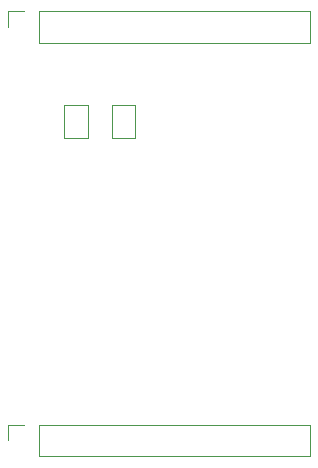
<source format=gbr>
%TF.GenerationSoftware,KiCad,Pcbnew,8.0.3-8.0.3-0~ubuntu23.10.1*%
%TF.CreationDate,2024-10-02T15:45:30-04:00*%
%TF.ProjectId,nPM1300-Stamp-Carrier,6e504d31-3330-4302-9d53-74616d702d43,rev?*%
%TF.SameCoordinates,Original*%
%TF.FileFunction,Legend,Bot*%
%TF.FilePolarity,Positive*%
%FSLAX46Y46*%
G04 Gerber Fmt 4.6, Leading zero omitted, Abs format (unit mm)*
G04 Created by KiCad (PCBNEW 8.0.3-8.0.3-0~ubuntu23.10.1) date 2024-10-02 15:45:30*
%MOMM*%
%LPD*%
G01*
G04 APERTURE LIST*
%ADD10C,0.120000*%
%ADD11C,2.900000*%
%ADD12C,5.000000*%
%ADD13C,0.650000*%
%ADD14O,2.100000X1.000000*%
%ADD15O,1.600000X1.000000*%
%ADD16R,1.500000X1.000000*%
%ADD17R,1.700000X1.700000*%
%ADD18O,1.700000X1.700000*%
G04 APERTURE END LIST*
D10*
%TO.C,JP2*%
X151000000Y-92100000D02*
X153000000Y-92100000D01*
X151000000Y-94900000D02*
X151000000Y-92100000D01*
X153000000Y-92100000D02*
X153000000Y-94900000D01*
X153000000Y-94900000D02*
X151000000Y-94900000D01*
%TO.C,J8*%
X146245000Y-84170000D02*
X147575000Y-84170000D01*
X146245000Y-85500000D02*
X146245000Y-84170000D01*
X148845000Y-86830000D02*
X148845000Y-84170000D01*
X171765000Y-84170000D02*
X148845000Y-84170000D01*
X171765000Y-86830000D02*
X148845000Y-86830000D01*
X171765000Y-86830000D02*
X171765000Y-84170000D01*
%TO.C,JP1*%
X155000000Y-92100000D02*
X157000000Y-92100000D01*
X155000000Y-94900000D02*
X155000000Y-92100000D01*
X157000000Y-92100000D02*
X157000000Y-94900000D01*
X157000000Y-94900000D02*
X155000000Y-94900000D01*
%TO.C,J6*%
X146245000Y-119170000D02*
X147575000Y-119170000D01*
X146245000Y-120500000D02*
X146245000Y-119170000D01*
X148845000Y-121830000D02*
X148845000Y-119170000D01*
X171765000Y-119170000D02*
X148845000Y-119170000D01*
X171765000Y-121830000D02*
X148845000Y-121830000D01*
X171765000Y-121830000D02*
X171765000Y-119170000D01*
%TD*%
%LPC*%
D11*
%TO.C,H4*%
X179000000Y-119500000D03*
D12*
X179000000Y-119500000D03*
%TD*%
D11*
%TO.C,H3*%
X179000000Y-86500000D03*
D12*
X179000000Y-86500000D03*
%TD*%
D13*
%TO.C,J1*%
X135600000Y-100010000D03*
X135600000Y-105790000D03*
D14*
X136130000Y-98580000D03*
D15*
X131950000Y-98580000D03*
D14*
X136130000Y-107220000D03*
D15*
X131950000Y-107220000D03*
%TD*%
D11*
%TO.C,H2*%
X134000000Y-119500000D03*
D12*
X134000000Y-119500000D03*
%TD*%
D11*
%TO.C,H1*%
X134000000Y-86500000D03*
D12*
X134000000Y-86500000D03*
%TD*%
D16*
%TO.C,JP2*%
X152000000Y-92850000D03*
X152000000Y-94150000D03*
%TD*%
D17*
%TO.C,J8*%
X147575000Y-85500000D03*
D18*
X150115000Y-85500000D03*
X152655000Y-85500000D03*
X155195000Y-85500000D03*
X157735000Y-85500000D03*
X160275000Y-85500000D03*
X162815000Y-85500000D03*
X165355000Y-85500000D03*
X167895000Y-85500000D03*
X170435000Y-85500000D03*
%TD*%
D16*
%TO.C,JP1*%
X156000000Y-92850000D03*
X156000000Y-94150000D03*
%TD*%
D17*
%TO.C,J6*%
X147575000Y-120500000D03*
D18*
X150115000Y-120500000D03*
X152655000Y-120500000D03*
X155195000Y-120500000D03*
X157735000Y-120500000D03*
X160275000Y-120500000D03*
X162815000Y-120500000D03*
X165355000Y-120500000D03*
X167895000Y-120500000D03*
X170435000Y-120500000D03*
%TD*%
%LPD*%
M02*

</source>
